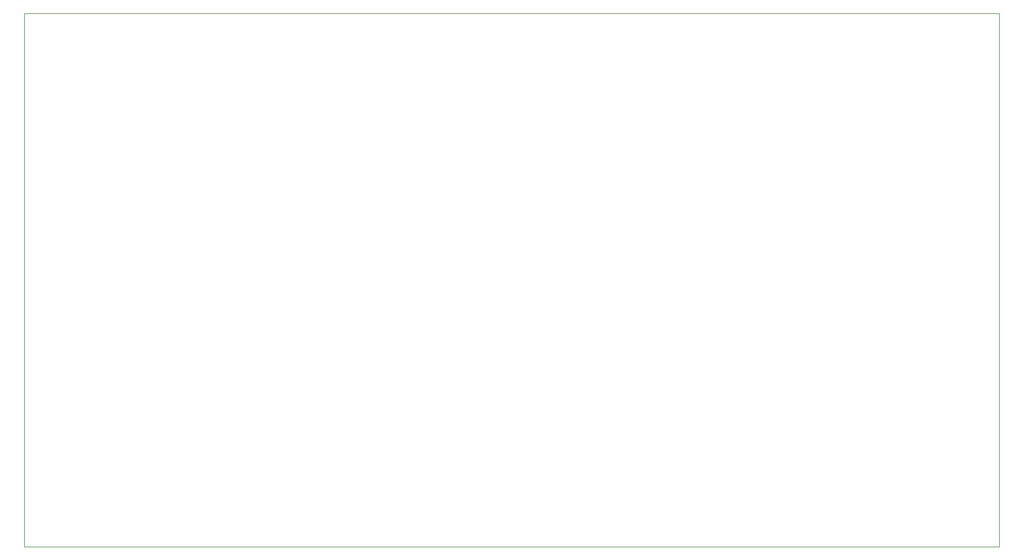
<source format=gm1>
G04 #@! TF.GenerationSoftware,KiCad,Pcbnew,(5.1.9)-1*
G04 #@! TF.CreationDate,2024-10-23T13:36:11+09:00*
G04 #@! TF.ProjectId,TK-80_EXT-BOARD,544b2d38-305f-4455-9854-2d424f415244,rev?*
G04 #@! TF.SameCoordinates,PX53920b0PY93c3260*
G04 #@! TF.FileFunction,Profile,NP*
%FSLAX46Y46*%
G04 Gerber Fmt 4.6, Leading zero omitted, Abs format (unit mm)*
G04 Created by KiCad (PCBNEW (5.1.9)-1) date 2024-10-23 13:36:11*
%MOMM*%
%LPD*%
G01*
G04 APERTURE LIST*
G04 #@! TA.AperFunction,Profile*
%ADD10C,0.050000*%
G04 #@! TD*
G04 APERTURE END LIST*
D10*
X0Y78000000D02*
X0Y0D01*
X142500000Y0D02*
X142500000Y78000000D01*
X0Y0D02*
X142500000Y0D01*
X142500000Y78000000D02*
X0Y78000000D01*
M02*

</source>
